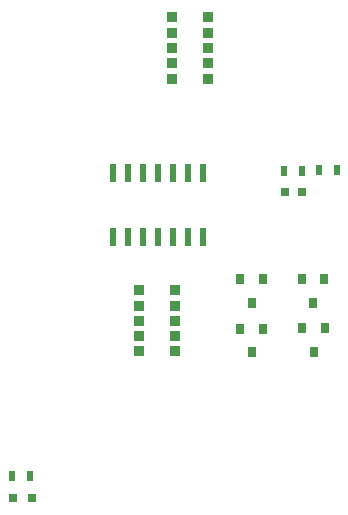
<source format=gbr>
G04 #@! TF.FileFunction,Paste,Top*
%FSLAX46Y46*%
G04 Gerber Fmt 4.6, Leading zero omitted, Abs format (unit mm)*
G04 Created by KiCad (PCBNEW 4.0.7) date 07/10/18 09:51:00*
%MOMM*%
%LPD*%
G01*
G04 APERTURE LIST*
%ADD10C,0.100000*%
%ADD11R,0.800000X0.750000*%
%ADD12R,0.800000X0.800000*%
%ADD13R,0.800000X0.900000*%
%ADD14R,0.500000X0.900000*%
%ADD15R,0.900000X0.900000*%
%ADD16R,0.600000X1.500000*%
G04 APERTURE END LIST*
D10*
D11*
X117415880Y-97901760D03*
X118915880Y-97901760D03*
D12*
X96019520Y-123830080D03*
X94419520Y-123830080D03*
D13*
X120759260Y-105301540D03*
X118859260Y-105301540D03*
X119809260Y-107301540D03*
X120815140Y-109436660D03*
X118915140Y-109436660D03*
X119865140Y-111436660D03*
X115562420Y-105301540D03*
X113662420Y-105301540D03*
X114612420Y-107301540D03*
X115562420Y-109492540D03*
X113662420Y-109492540D03*
X114612420Y-111492540D03*
D14*
X94357760Y-121986040D03*
X95857760Y-121986040D03*
X120349580Y-96085660D03*
X121849580Y-96085660D03*
X118887940Y-96141540D03*
X117387940Y-96141540D03*
D15*
X108121580Y-111416140D03*
X108121580Y-106216140D03*
X108121580Y-110096140D03*
X108121580Y-107536140D03*
X108121580Y-108816140D03*
X105121580Y-107536140D03*
X105121580Y-111416140D03*
X105121580Y-106216140D03*
X105121580Y-110096140D03*
X105121580Y-108816140D03*
X110913040Y-88319920D03*
X110913040Y-83119920D03*
X110913040Y-86999920D03*
X110913040Y-84439920D03*
X110913040Y-85719920D03*
X107913040Y-84439920D03*
X107913040Y-88319920D03*
X107913040Y-83119920D03*
X107913040Y-86999920D03*
X107913040Y-85719920D03*
D16*
X110490000Y-96334600D03*
X109220000Y-96334600D03*
X107950000Y-96334600D03*
X106680000Y-96334600D03*
X105410000Y-96334600D03*
X104140000Y-96334600D03*
X102870000Y-96334600D03*
X102870000Y-101734600D03*
X104140000Y-101734600D03*
X105410000Y-101734600D03*
X106680000Y-101734600D03*
X107950000Y-101734600D03*
X109220000Y-101734600D03*
X110490000Y-101734600D03*
M02*

</source>
